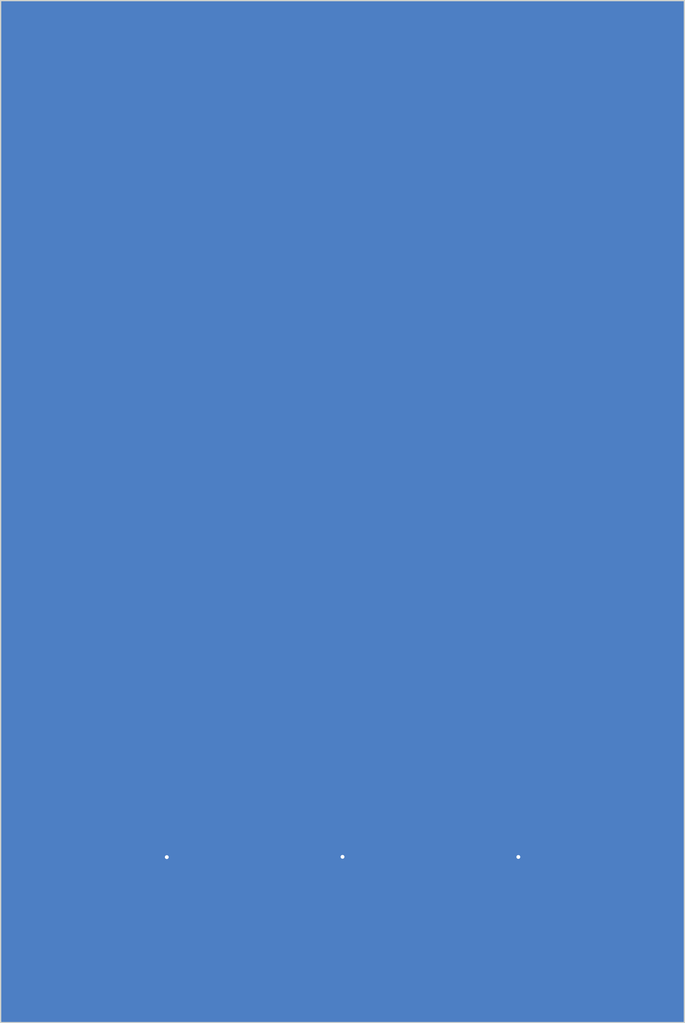
<source format=kicad_pcb>
(kicad_pcb (version 20171130) (host pcbnew 5.0.0-rc2-dev-unknown-94dbcc7~63~ubuntu14.04.1)

  (general
    (thickness 1.6)
    (drawings 47)
    (tracks 3)
    (zones 0)
    (modules 0)
    (nets 1)
  )

  (page A4)
  (layers
    (0 F.Cu signal)
    (31 B.Cu signal)
    (32 B.Adhes user)
    (33 F.Adhes user)
    (34 B.Paste user)
    (35 F.Paste user)
    (36 B.SilkS user)
    (37 F.SilkS user)
    (38 B.Mask user)
    (39 F.Mask user hide)
    (40 Dwgs.User user)
    (41 Cmts.User user)
    (42 Eco1.User user)
    (43 Eco2.User user)
    (44 Edge.Cuts user)
    (45 Margin user)
    (46 B.CrtYd user)
    (47 F.CrtYd user)
    (48 B.Fab user)
    (49 F.Fab user)
  )

  (setup
    (last_trace_width 0.25)
    (trace_clearance 0.2)
    (zone_clearance 0.508)
    (zone_45_only no)
    (trace_min 0.2)
    (segment_width 0.2)
    (edge_width 0.1)
    (via_size 0.6)
    (via_drill 0.3)
    (via_min_size 0.4)
    (via_min_drill 0.3)
    (uvia_size 0.3)
    (uvia_drill 0.1)
    (uvias_allowed no)
    (uvia_min_size 0.2)
    (uvia_min_drill 0.1)
    (pcb_text_width 0.3)
    (pcb_text_size 1.5 1.5)
    (mod_edge_width 0.15)
    (mod_text_size 1 1)
    (mod_text_width 0.15)
    (pad_size 1.524 1.524)
    (pad_drill 0.762)
    (pad_to_mask_clearance 0.2)
    (aux_axis_origin 0 0)
    (visible_elements FFFFFF7F)
    (pcbplotparams
      (layerselection 0x010fc_ffffffff)
      (usegerberextensions false)
      (usegerberattributes false)
      (usegerberadvancedattributes false)
      (creategerberjobfile false)
      (excludeedgelayer true)
      (linewidth 0.100000)
      (plotframeref false)
      (viasonmask false)
      (mode 1)
      (useauxorigin false)
      (hpglpennumber 1)
      (hpglpenspeed 20)
      (hpglpendiameter 15)
      (psnegative false)
      (psa4output false)
      (plotreference true)
      (plotvalue true)
      (plotinvisibletext false)
      (padsonsilk false)
      (subtractmaskfromsilk false)
      (outputformat 1)
      (mirror false)
      (drillshape 0)
      (scaleselection 1)
      (outputdirectory ../gerber-for-fab/))
  )

  (net 0 "")

  (net_class Default "This is the default net class."
    (clearance 0.2)
    (trace_width 0.25)
    (via_dia 0.6)
    (via_drill 0.3)
    (uvia_dia 0.3)
    (uvia_drill 0.1)
  )

  (gr_poly (pts (xy 115.51158 57.49782) (xy 169.01158 57.49782) (xy 169.01158 137.49782) (xy 115.51158 137.49782)) (layer B.Mask) (width 0))
  (gr_poly (pts (xy 115.51158 57.49782) (xy 169.01158 57.49782) (xy 169.01158 137.49782) (xy 115.51158 137.49782)) (layer F.Mask) (width 0))
  (gr_line (start 115.51412 137.49528) (end 115.51412 57.49798) (layer Edge.Cuts) (width 0.1))
  (gr_line (start 169.0116 57.49798) (end 169.0116 137.4902) (layer Edge.Cuts) (width 0.1))
  (gr_line (start 115.51412 57.49798) (end 169.0116 57.49798) (layer Edge.Cuts) (width 0.1))
  (gr_line (start 169.0116 137.49528) (end 115.51412 137.49528) (layer Edge.Cuts) (width 0.1))
  (gr_poly (pts (xy 115.5116 57.4974) (xy 169.0116 57.4974) (xy 169.0116 137.4974) (xy 115.5116 137.4974)) (layer B.Cu) (width 0))
  (gr_poly (pts (xy 115.51468 92.33018) (xy 125.51468 92.33018) (xy 125.51468 94.83018) (xy 115.51468 94.83018)) (layer F.Cu) (width 0))
  (gr_poly (pts (xy 159.01468 92.33028) (xy 169.01468 92.33028) (xy 169.01468 94.83028) (xy 159.01468 94.83028)) (layer F.Cu) (width 0))
  (gr_poly (pts (xy 145.26478 92.33018) (xy 153.01468 92.33018) (xy 153.01468 94.83018) (xy 145.26478 94.83018)) (layer F.Cu) (width 0))
  (gr_poly (pts (xy 157.51468 130.33018) (xy 159.01478 127.83028) (xy 157.51468 127.83028)) (layer F.Cu) (width 0))
  (gr_poly (pts (xy 154.51478 130.33018) (xy 153.01478 127.83028) (xy 154.51478 127.83028)) (layer F.Cu) (width 0))
  (gr_poly (pts (xy 154.51478 127.83018) (xy 157.51478 127.83018) (xy 157.51478 130.33018) (xy 154.51478 130.33018)) (layer F.Cu) (width 0))
  (gr_poly (pts (xy 156.51478 124.83018) (xy 159.01478 124.83018) (xy 159.01478 127.83018) (xy 156.51478 127.83018)) (layer F.Cu) (width 0))
  (gr_poly (pts (xy 153.01478 124.83018) (xy 155.51478 124.83018) (xy 155.51478 127.83018) (xy 153.01478 127.83018)) (layer F.Cu) (width 0))
  (gr_poly (pts (xy 155.76468 94.58018) (xy 153.26478 92.08018) (xy 158.76478 92.08018) (xy 156.26478 94.58018)) (layer F.Cu) (width 0))
  (gr_poly (pts (xy 153.26478 67.08018) (xy 158.76478 67.08018) (xy 158.76478 92.08018) (xy 153.26478 92.08018)) (layer F.Cu) (width 0))
  (gr_poly (pts (xy 155.76478 94.58028) (xy 156.26478 94.58028) (xy 156.26478 124.83018) (xy 155.76478 124.83018)) (layer F.Cu) (width 0))
  (gr_poly (pts (xy 156.51478 94.83018) (xy 159.01478 92.33018) (xy 159.01478 94.83018)) (layer F.Cu) (width 0))
  (gr_poly (pts (xy 159.01478 94.83018) (xy 156.51478 94.83018) (xy 156.51478 124.83018) (xy 159.01478 124.83018)) (layer F.Cu) (width 0))
  (gr_poly (pts (xy 155.51478 94.83018) (xy 153.01468 92.33018) (xy 153.01468 94.83018)) (layer F.Cu) (width 0))
  (gr_poly (pts (xy 153.01478 94.83018) (xy 155.51478 94.83018) (xy 155.51478 124.83018) (xy 153.01478 124.83018)) (layer F.Cu) (width 0))
  (gr_poly (pts (xy 131.51478 92.33018) (xy 139.26468 92.33018) (xy 139.26468 94.83018) (xy 131.51478 94.83018)) (layer F.Cu) (width 0))
  (gr_poly (pts (xy 143.76468 130.33018) (xy 145.26478 127.83028) (xy 143.76468 127.83028)) (layer F.Cu) (width 0))
  (gr_poly (pts (xy 140.76478 130.33018) (xy 139.26478 127.83028) (xy 140.76478 127.83028)) (layer F.Cu) (width 0))
  (gr_poly (pts (xy 140.76478 127.83018) (xy 143.76478 127.83018) (xy 143.76478 130.33018) (xy 140.76478 130.33018)) (layer F.Cu) (width 0))
  (gr_poly (pts (xy 142.76478 124.83018) (xy 145.26478 124.83018) (xy 145.26478 127.83018) (xy 142.76478 127.83018)) (layer F.Cu) (width 0))
  (gr_poly (pts (xy 139.26478 124.83018) (xy 141.76478 124.83018) (xy 141.76478 127.83018) (xy 139.26478 127.83018)) (layer F.Cu) (width 0))
  (gr_poly (pts (xy 142.01468 94.58018) (xy 139.51478 92.08018) (xy 145.01478 92.08018) (xy 142.51478 94.58018)) (layer F.Cu) (width 0))
  (gr_poly (pts (xy 139.51478 67.08018) (xy 145.01478 67.08018) (xy 145.01478 92.08018) (xy 139.51478 92.08018)) (layer F.Cu) (width 0))
  (gr_poly (pts (xy 142.01478 94.58018) (xy 142.51478 94.58018) (xy 142.51478 124.82018) (xy 142.01478 124.82018)) (layer F.Cu) (width 0))
  (gr_poly (pts (xy 142.76478 94.83018) (xy 145.26478 92.33018) (xy 145.26478 94.83018)) (layer F.Cu) (width 0))
  (gr_poly (pts (xy 145.26478 94.83018) (xy 142.76478 94.83018) (xy 142.76478 124.83018) (xy 145.26478 124.83018)) (layer F.Cu) (width 0))
  (gr_poly (pts (xy 141.76478 94.83018) (xy 139.26468 92.33018) (xy 139.26468 94.83018)) (layer F.Cu) (width 0))
  (gr_poly (pts (xy 139.26478 94.83018) (xy 141.76478 94.83018) (xy 141.76478 124.83018) (xy 139.26478 124.83018)) (layer F.Cu) (width 0))
  (gr_poly (pts (xy 130.01468 130.33018) (xy 131.51478 127.83028) (xy 130.01468 127.83028)) (layer F.Cu) (width 0))
  (gr_poly (pts (xy 127.01478 130.33018) (xy 125.51478 127.83028) (xy 127.01478 127.83028)) (layer F.Cu) (width 0))
  (gr_poly (pts (xy 127.01478 127.83018) (xy 130.01478 127.83018) (xy 130.01478 130.33018) (xy 127.01478 130.33018)) (layer F.Cu) (width 0))
  (gr_poly (pts (xy 129.01478 124.83018) (xy 131.51478 124.83018) (xy 131.51478 127.83018) (xy 129.01478 127.83018)) (layer F.Cu) (width 0))
  (gr_poly (pts (xy 125.51478 124.83018) (xy 128.01478 124.83018) (xy 128.01478 127.83018) (xy 125.51478 127.83018)) (layer F.Cu) (width 0))
  (gr_poly (pts (xy 128.26468 94.57018) (xy 125.76478 92.08018) (xy 131.26478 92.08018) (xy 128.76478 94.57018)) (layer F.Cu) (width 0))
  (gr_poly (pts (xy 125.76478 67.08018) (xy 131.26478 67.08018) (xy 131.26478 92.08018) (xy 125.76478 92.08018)) (layer F.Cu) (width 0))
  (gr_poly (pts (xy 128.26478 94.57028) (xy 128.76478 94.57028) (xy 128.76478 124.84028) (xy 128.26478 124.84028)) (layer F.Cu) (width 0))
  (gr_poly (pts (xy 129.01478 94.83018) (xy 131.51478 92.33018) (xy 131.51478 94.83018)) (layer F.Cu) (width 0))
  (gr_poly (pts (xy 131.51478 94.83018) (xy 129.01478 94.83018) (xy 129.01478 124.83018) (xy 131.51478 124.83018)) (layer F.Cu) (width 0))
  (gr_poly (pts (xy 128.01478 94.83018) (xy 125.51468 92.33018) (xy 125.51468 94.83018)) (layer F.Cu) (width 0))
  (gr_poly (pts (xy 125.51478 94.83018) (xy 128.01478 94.83018) (xy 128.01478 124.83018) (xy 125.51478 124.83018)) (layer F.Cu) (width 0))

  (via (at 156.0195 124.52858) (size 0.6) (drill 0.3) (layers F.Cu B.Cu) (net 0))
  (via (at 142.26286 124.51842) (size 0.6) (drill 0.3) (layers F.Cu B.Cu) (net 0))
  (via (at 128.51384 124.54128) (size 0.6) (drill 0.3) (layers F.Cu B.Cu) (net 0))

)

</source>
